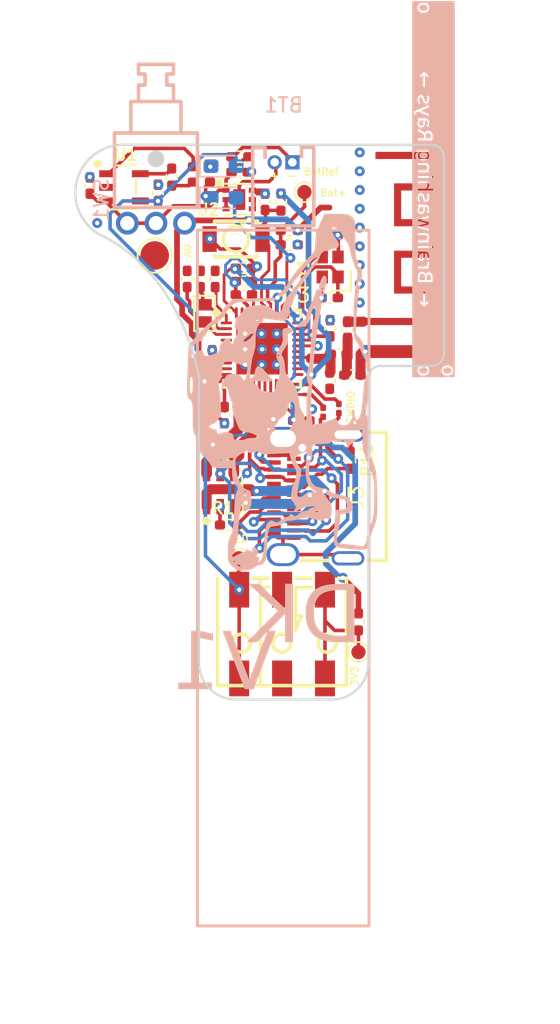
<source format=kicad_pcb>
(kicad_pcb (version 20221018) (generator pcbnew)
  (title_block (title "BLEEarrings (Blade Runner)") (date "2023-10-30") (rev "00.00") (company "Kitty and Dom"))
  (layers (0 "F.Cu" signal) (31 "B.Cu" signal) (34 "B.Paste" user) (35 "F.Paste" user) (36 "B.SilkS" user "B.Silkscreen") (37 "F.SilkS" user "F.Silkscreen") (38 "B.Mask" user) (39 "F.Mask" user) (44 "Edge.Cuts" user))
  (net 0 "")
  (net 1 "GND")
  (net 2 "+3V3")
  (net 3 "Net-(D4-K)")
  (net 4 "LED_A")
  (net 5 "NEO_LED")
  (net 6 "BatRef")
  (net 7 "+BATT")
  (net 8 "Net-(ANT1-FP)")
  (net 9 "/Power/VBAT")
  (net 10 "Net-(BT1--)")
  (net 11 "Net-(J2-Pin_1)")
  (net 12 "Net-(U3-DEC1)")
  (net 13 "Net-(U3-XC1)")
  (net 14 "Net-(C5-Pad1)")
  (net 15 "DEC6")
  (net 16 "Net-(U3-ANT)")
  (net 17 "Net-(U3-DECUSB)")
  (net 18 "/DSP/VBUS")
  (net 19 "Net-(U3-DEC3)")
  (net 20 "Pair")
  (net 21 "Net-(U3-P0.01_XL2)")
  (net 22 "Net-(U3-P0.00_XL1)")
  (net 23 "Net-(BT1-+)")
  (net 24 "Net-(D1-K)")
  (net 25 "Net-(U3-XC2)")
  (net 26 "D+")
  (net 27 "D-")
  (net 29 "/DSP/nReset")
  (net 31 "Net-(U1-STAT)")
  (net 32 "Net-(U1-PROG)")
  (net 45 "SWO_L")
  (net 46 "unconnected-(U3-P0.17-Pad15)")
  (net 48 "Net-(D2-I{slash}O1-Pad1)")
  (net 49 "Net-(D2-I{slash}O2-Pad3)")
  (net 50 "SWDIO_L")
  (net 51 "SWDCLK_L")
  (net 52 "Net-(U3-P0.18_nRESET)")
  (net 53 "Net-(U3-P0.20)")
  (net 54 "Net-(U3-SWDCLK)")
  (net 55 "Net-(U3-SWDIO)")
  (net 56 "Net-(J3-CC1)")
  (net 57 "Net-(J3-CC2)")
  (footprint "Resistor_SMD:R_0201_0603Metric" (layer "F.Cu") (at 142.75 60.19 90)
    (fp_text reference "R5" hide)
    (fp_text value "NF")
  )
  (footprint "easyeda2kicad:WDFN-6_L2.0-W2.0-P0.65-BL-EP" (layer "F.Cu") (at 141.08 45.88 -90)
    (fp_text reference "U2")
    (fp_text value "XB6096I2SV")
  )
  (footprint "easyeda2kicad:TYPE-C-SMD_C9900025773" (layer "F.Cu") (at 146.1 66.62 90)
    (fp_text reference "J3")
    (fp_text value "USB_C_Receptacle")
  )
  (footprint "easyeda2kicad:CONN-SMD_2059-302" (layer "F.Cu") (at 145.58 76.23 -90)
    (fp_text reference "J2" hide)
    (fp_text value "Screw_Terminal_01x02")
  )
  (footprint "Resistor_SMD:R_0402_1005Metric_Pad0.72x0.64mm_HandSolder" (layer "F.Cu") (at 136.36 44.3125 -90)
    (fp_text reference "R4" hide)
    (fp_text value "4k99")
  )
  (footprint "easyeda2kicad:SOT-23-6_L2.9-W1.6-P0.95-LS2.8-BL" (layer "F.Cu") (at 139.75 66.18)
    (fp_text reference "D2")
    (fp_text value "USBLC6-2SC6_C2687116")
  )
  (footprint "Resistor_SMD:R_0402_1005Metric_Pad0.72x0.64mm_HandSolder" (layer "F.Cu") (at 149.42 75.3825 90)
    (fp_text reference "R9" hide)
    (fp_text value "470")
  )
  (footprint "Capacitor_SMD:C_0402_1005Metric_Pad0.74x0.62mm_HandSolder" (layer "F.Cu") (at 141.1125 43.97)
    (fp_text reference "C18" hide)
    (fp_text value "100n")
  )
  (footprint "easyeda2kicad:CRYSTAL-SMD_L1.6-W1.0" (layer "F.Cu") (at 138.66 53.83 90)
    (fp_text reference "Y2" hide)
    (fp_text value " X161032768KLD2SI")
  )
  (footprint "Resistor_SMD:R_0402_1005Metric_Pad0.72x0.64mm_HandSolder" (layer "F.Cu") (at 141.1225 42.89)
    (fp_text reference "R3" hide)
    (fp_text value "100")
  )
  (footprint "RF_Antenna:Texas_SWRA117D_2.4GHz_Left" (layer "F.Cu") (at 149.9 54.4 -90)
    (fp_text reference "ANT1" hide)
    (fp_text value "~")
  )
  (footprint "Capacitor_SMD:C_0402_1005Metric_Pad0.74x0.62mm_HandSolder" (layer "F.Cu") (at 141.4075 51.59)
    (fp_text reference "C17" hide)
    (fp_text value "NC")
  )
  (footprint "TestPoint:TestPoint_Pad_D1.0mm" (layer "F.Cu") (at 145.64 45.36)
    (fp_text reference "TP9" hide)
    (fp_text value "TestPoint")
  )
  (footprint "easyeda2kicad:QFN-40_L5.0-W5.0-P0.40-TL-EP3.6" (layer "F.Cu") (at 142.680167 56.3)
    (fp_text reference "U3")
    (fp_text value "NRF52833-QDAA-R7")
  )
  (footprint "Capacitor_SMD:C_0402_1005Metric_Pad0.74x0.62mm_HandSolder" (layer "F.Cu") (at 139.4 51.43 -90)
    (fp_text reference "C2" hide)
    (fp_text value "100n")
  )
  (footprint "Capacitor_SMD:C_0402_1005Metric_Pad0.74x0.62mm_HandSolder" (layer "F.Cu") (at 141.4075 50.66 180)
    (fp_text reference "C1" hide)
    (fp_text value "1u")
  )
  (footprint "Capacitor_SMD:C_0402_1005Metric_Pad0.74x0.62mm_HandSolder" (layer "F.Cu") (at 140.05 60.94 90)
    (fp_text reference "C9" hide)
    (fp_text value "4.7u")
  )
  (footprint "Capacitor_SMD:C_0402_1005Metric_Pad0.74x0.62mm_HandSolder" (layer "F.Cu") (at 147.44 54.8725 90)
    (fp_text reference "C11" hide)
    (fp_text value "100p")
  )
  (footprint "Capacitor_SMD:C_0402_1005Metric_Pad0.74x0.62mm_HandSolder" (layer "F.Cu") (at 149 58.14)
    (fp_text reference "C5" hide)
    (fp_text value "1.2p")
  )
  (footprint "Resistor_SMD:R_0402_1005Metric_Pad0.72x0.64mm_HandSolder" (layer "F.Cu") (at 138.4375 44.66)
    (fp_text reference "R12" hide)
    (fp_text value "220")
  )
  (footprint "TestPoint:TestPoint_Pad_D1.0mm" (layer "F.Cu") (at 149.42 77.49)
    (fp_text reference "TP11" hide)
    (fp_text value "TestPoint")
  )
  (footprint "easyeda2kicad:CRYSTAL-SMD_4P-L2.0-W1.6-BL" (layer "F.Cu") (at 147.44 50.59 90)
    (fp_text reference "Y1")
    (fp_text value "XL7EL89CKI-111YLC-32M ")
  )
  (footprint "Capacitor_SMD:C_0402_1005Metric_Pad0.74x0.62mm_HandSolder" (layer "F.Cu") (at 147.4025 48.36 180)
    (fp_text reference "C4" hide)
    (fp_text value "12p")
  )
  (footprint "easyeda2kicad:KEY-SMD_L3.0-W2.5-LS4.0" (layer "F.Cu") (at 140.86 48.64 180)
    (fp_text reference "SW2" hide)
    (fp_text value "SW_DIP_x01")
  )
  (footprint "Resistor_SMD:R_0201_0603Metric" (layer "F.Cu") (at 143.5 60.65 -90)
    (fp_text reference "R6" hide)
    (fp_text value "NF")
  )
  (footprint "Capacitor_SMD:C_0402_1005Metric_Pad0.74x0.62mm_HandSolder" (layer "F.Cu") (at 147.4125 52.75)
    (fp_text reference "C3" hide)
    (fp_text value "12p")
  )
  (footprint "Capacitor_SMD:C_0402_1005Metric_Pad0.74x0.62mm_HandSolder" (layer "F.Cu") (at 139.11 60.2 90)
    (fp_text reference "C10" hide)
    (fp_text value "4.7u")
  )
  (footprint "Capacitor_SMD:C_0402_1005Metric_Pad0.74x0.62mm_HandSolder" (layer "F.Cu") (at 145.4225 61.32)
    (fp_text reference "C6" hide)
    (fp_text value "100n")
  )
  (footprint "Capacitor_SMD:C_0402_1005Metric_Pad0.74x0.62mm_HandSolder" (layer "F.Cu") (at 141.4075 52.52)
    (fp_text reference "C7" hide)
    (fp_text value "1u")
  )
  (footprint "Capacitor_SMD:C_0402_1005Metric_Pad0.74x0.62mm_HandSolder" (layer "F.Cu") (at 130.64 44.905 90)
    (fp_text reference "C13" hide)
    (fp_text value "10u")
  )
  (footprint "Resistor_SMD:R_0402_1005Metric_Pad0.72x0.64mm_HandSolder" (layer "F.Cu") (at 144.5825 49.04 180)
    (fp_text reference "R14" hide)
    (fp_text value "33k")
  )
  (footprint "Capacitor_SMD:C_0402_1005Metric_Pad0.74x0.62mm_HandSolder" (layer "F.Cu") (at 138.37 51.43 -90)
    (fp_text reference "C16" hide)
    (fp_text value "8p")
  )
  (footprint "Capacitor_SMD:C_0402_1005Metric_Pad0.74x0.62mm_HandSolder" (layer "F.Cu") (at 142.89 46.04 -90)
    (fp_text reference "C14" hide)
    (fp_text value "100n")
  )
  (footprint "Inductor_SMD:L_0402_1005Metric_Pad0.77x0.64mm_HandSolder" (layer "F.Cu") (at 148.04 56.69)
    (fp_text reference "L1" hide)
    (fp_text value "4.7n")
  )
  (footprint "Resistor_SMD:R_0201_0603Metric" (layer "F.Cu") (at 148.05 60.48 -90)
    (fp_text reference "R7" hide)
    (fp_text value "NF")
  )
  (footprint "Capacitor_SMD:C_0402_1005Metric_Pad0.74x0.62mm_HandSolder" (layer "F.Cu") (at 137.44 51.43 -90)
    (fp_text reference "C15" hide)
    (fp_text value "8p")
  )
  (footprint "Capacitor_SMD:C_0402_1005Metric_Pad0.74x0.62mm_HandSolder" (layer "F.Cu") (at 139.19 56.97 -90)
    (fp_text reference "C12" hide)
    (fp_text value "4.7u")
  )
  (footprint "Resistor_SMD:R_0402_1005Metric_Pad0.72x0.64mm_HandSolder" (layer "F.Cu") (at 148.84 64.0875 -90)
    (fp_text reference "R11")
    (fp_text value "5k1")
  )
  (footprint "TestPoint:TestPoint_Pad_D2.0mm" (layer "F.Cu") (at 135.17 49.79)
    (fp_text reference "TP16" hide)
    (fp_text value "TestPoint")
  )
  (footprint "Resistor_SMD:R_0402_1005Metric_Pad0.72x0.64mm_HandSolder" (layer "F.Cu") (at 138.4375 43.59 180)
    (fp_text reference "R1" hide)
    (fp_text value "2k")
  )
  (footprint "Inductor_SMD:L_0402_1005Metric_Pad0.77x0.64mm_HandSolder" (layer "F.Cu") (at 148.66 54.9875 90)
    (fp_text reference "L2" hide)
    (fp_text value "2.2n")
  )
  (footprint "easyeda2kicad:SOT-23-5_L3.0-W1.7-P0.95-LS2.8-BL" (layer "F.Cu") (at 133.0175 45.03 -90)
    (fp_text reference "U1")
    (fp_text value "MCP73831T-2ACI/OT")
  )
  (footprint "Resistor_SMD:R_0201_0603Metric" (layer "F.Cu") (at 146.95 60.74 90)
    (fp_text reference "R8" hide)
    (fp_text value "NF")
  )
  (footprint "easyeda2kicad:CONN-SMD_custom1" (layer "F.Cu") (at 139.58 76.23 -90)
    (fp_text reference "J1" hide)
    (fp_text value "Screw_Terminal_01x01")
  )
  (footprint "Capacitor_SMD:C_0402_1005Metric_Pad0.74x0.62mm_HandSolder" (layer "F.Cu") (at 147.41 58.53 -90)
    (fp_text reference "C8" hide)
    (fp_text value "1p")
  )
  (footprint "Capacitor_SMD:C_0402_1005Metric_Pad0.74x0.62mm_HandSolder" (layer "F.Cu") (at 135.4 45.4125 90)
    (fp_text reference "C19" hide)
    (fp_text value "10u")
  )
  (footprint "Resistor_SMD:R_0402_1005Metric_Pad0.72x0.64mm_HandSolder" (layer "F.Cu") (at 140.3325 68.61)
    (fp_text reference "R10")
    (fp_text value "5k1")
  )
  (footprint "Resistor_SMD:R_0402_1005Metric_Pad0.72x0.64mm_HandSolder" (layer "F.Cu") (at 144 46.06 90)
    (fp_text reference "R2" hide)
    (fp_text value "2k")
  )
  (footprint "Resistor_SMD:R_0402_1005Metric_Pad0.72x0.64mm_HandSolder" (layer "F.Cu") (at 144.5825 48.04)
    (fp_text reference "R13" hide)
    (fp_text value "100k")
  )
  (footprint "TestPoint:TestPoint_Pad_D1.0mm" (layer "F.Cu") (at 141.05 70.94)
    (fp_text reference "TP10" hide)
    (fp_text value "TestPoint")
  )
  (footprint "LED_SMD:LED_0603_1608Metric_Pad1.05x0.95mm_HandSolder" (layer "B.Cu") (at 139.985 43.55)
    (fp_text reference "D1" hide)
    (fp_text value "RED LED")
  )
  (footprint "LED_SMD:LED_0603_1608Metric_Pad1.05x0.95mm_HandSolder" (layer "B.Cu") (at 139.985 45.76)
    (fp_text reference "D4" hide)
    (fp_text value "BLUE LED")
  )
  (footprint "CustomPads:OT2" (layer "B.Cu") (at 144.288151 59.147229 180)
    (fp_text reference "G***" hide)
    (fp_text value "LOGO" hide)
  )
  (footprint "easyeda2kicad:SW-TH_TK-6580B-1" (layer "B.Cu") (at 135.2575 47.5325)
    (fp_text reference "SW1")
    (fp_text value "TK-6580B-1")
    (fp_circle (center 0 -4.5) (end 0.6 -4.5) (fill solid) (layer "Edge.Cuts"))
  )
  (footprint "easyeda2kicad:CONN-TH_530480210" (layer "B.Cu") (at 144.18 43.28 180)
    (fp_text reference "BT1")
    (fp_text value "Battery")
  )
  (gr_line (start 132.984534 42.050001) (end 154.54 42.059999) (stroke (width 0.16)) (layer "Edge.Cuts"))
  (gr_curve (pts (xy 138.26253 58.3) (xy 137.6 54.67) (xy 135.4 50.34) (xy 131.560357 48.453075)) (stroke (width 0.16)) (layer "Edge.Cuts"))
  (gr_arc (start 131.560357 48.453075) (mid 129.701142 44.679627) (end 132.984534 42.050001) (stroke (width 0.16)) (layer "Edge.Cuts"))
  (gr_arc (start 154.54 42.059999) (mid 155.148277 42.311955) (end 155.400233 42.920232) (stroke (width 0.16)) (layer "Edge.Cuts"))
  (gr_arc (start 155.400233 56.639767) (mid 155.148277 57.248044) (end 154.54 57.5) (stroke (width 0.16)) (layer "Edge.Cuts"))
  (gr_line (start 140.84 80.80287) (end 147.546642 80.80287) (stroke (width 0.16)) (layer "Edge.Cuts"))
  (gr_arc (start 140.84 80.80287) (mid 139.01727 80.047503) (end 138.26253 78.224512) (stroke (width 0.16)) (layer "Edge.Cuts"))
  (gr_line (start 150.125 58.358277) (end 150.125 78.2254) (stroke (width 0.16)) (layer "Edge.Cuts"))
  (gr_line (start 138.26253 58.3) (end 138.26253 78.224512) (stroke (width 0.16)) (layer "Edge.Cuts"))
  (gr_arc (start 150.125 78.2254) (mid 149.369633 80.04813) (end 147.546642 80.80287) (stroke (width 0.16)) (layer "Edge.Cuts"))
  (gr_arc (start 150.125 58.358277) (mid 150.376956 57.750001) (end 150.985233 57.498044) (stroke (width 0.16)) (layer "Edge.Cuts"))
  (gr_line (start 154.54 57.5) (end 150.985233 57.498044) (stroke (width 0.16)) (layer "Edge.Cuts"))
  (gr_line (start 155.400233 56.639767) (end 155.400233 42.920232) (stroke (width 0.16)) (layer "Edge.Cuts"))
  (gr_text "DK" (at 149.7 77.48) (layer "B.SilkS") (effects (font (size 4 4)) (justify left bottom mirror)))
  (gr_text "V1" (at 143.69 80.76) (layer "B.SilkS") (effects (font (size 4 4)) (justify left bottom mirror)))
  (gr_text "o     \no         ← Brainwashing Rays →         o" (at 153.41 58.254249 -90) (layer "B.SilkS" knockout) (effects (font (size 1 1)) (justify left bottom mirror)))
  (gr_text "LED" (at 141.05 69.59) (layer "F.SilkS") (effects (font (size 0.5 0.5) (thickness 0.1) bold)))
  (gr_text "BatRef" (at 146.82 43.94) (layer "F.SilkS") (effects (font (size 0.5 0.5) (thickness 0.1) bold)))
  (gr_text "3V3" (at 149.16 79.17 90) (layer "F.SilkS") (effects (font (size 0.5 0.5) (thickness 0.1) bold)))
  (gr_text "0V" (at 137.42 49.46 270) (layer "F.SilkS") (effects (font (size 0.5 0.5) (thickness 0.1) bold)))
  (gr_text "SWDIO" (at 148.89 60.4 90) (layer "F.SilkS") (effects (font (size 0.5 0.5) (thickness 0.1) bold)))
  (gr_text "+" (at 143.56 44.21) (layer "F.SilkS") (effects (font (size 0.5 0.5) (thickness 0.1) bold)))
  (gr_text "SWO" (at 142.27 61.32) (layer "F.SilkS") (effects (font (size 0.5 0.5) (thickness 0.1) bold)))
  (gr_text "RST" (at 141.68 59.85) (layer "F.SilkS") (effects (font (size 0.5 0.5) (thickness 0.1) bold)))
  (gr_text "Bat+" (at 147.66 45.41) (layer "F.SilkS") (effects (font (size 0.5 0.5) (thickness 0.1) bold)))
  (gr_text "-" (at 144.81 44.21) (layer "F.SilkS") (effects (font (size 0.5 0.5) (thickness 0.1) bold)))
  (segment (start 142.331784 50.55229) (end 142.332973 50.55229) (width 0.2) (layer "F.Cu") (net 1))
  (segment (start 146.8475 52.69) (end 146.8475 52.74751) (width 0.25) (layer "F.Cu") (net 1))
  (segment (start 139.75 67.33) (end 139.739967 67.33) (width 0.25) (layer "F.Cu") (net 1))
  (segment (start 144.66 63.74) (end 144.91 63.99) (width 0.25) (layer "F.Cu") (net 1))
  (segment (start 144.14 70.68) (end 148.43 70.68) (width 0.25) (layer "F.Cu") (net 1))
  (segment (start 142.35 45.4725) (end 142.889968 45.4725) (width 0.25) (layer "F.Cu") (net 1))
  (segment (start 144.12 69.5) (end 144.91 69.5) (width 0.25) (layer "F.Cu") (net 1))
  (segment (start 130.64 44.31) (end 130.63 44.3) (width 0.25) (layer "F.Cu") (net 1))
  (segment (start 142.1125 46.535) (end 142.1125 45.885) (width 0.25) (layer "F.Cu") (net 1))
  (segment (start 142.080167 55.7) (end 142.680167 56.3) (width 0.2) (layer "F.Cu") (net 1))
  (segment (start 139.01 48.64) (end 139.02 48.64) (width 0.25) (layer "F.Cu") (net 1))
  (segment (start 142.331784 50.55229) (end 142.080167 50.803907) (width 0.2) (layer "F.Cu") (net 1))
  (segment (start 149.5675 58.14) (end 149.5675 56.6825) (width 0.7) (layer "F.Cu") (net 1))
  (segment (start 144.12 69.5) (end 144.14 69.52) (width 0.25) (layer "F.Cu") (net 1))
  (segment (start 145.16 49.04) (end 145.16 49.02) (width 0.25) (layer "F.Cu") (net 1))
  (segment (start 139.735 68.61) (end 139.735 67.345) (width 0.25) (layer "F.Cu") (net 1))
  (segment (start 145.943496 61.256486) (end 145.943496 62.156504) (width 0.25) (layer "F.Cu") (net 1))
  (segment (start 139.11 60.7675) (end 139.310039 60.7675) (width 0.25) (layer "F.Cu") (net 1))
  (segment (start 142.6475 45.23) (end 142.89 45.4725) (width 0.25) (layer "F.Cu") (net 1))
  (segment (start 137.59 44.91) (end 137.84 44.66) (width 0.25) (layer "F.Cu") (net 1))
  (segment (start 139.19 56.4025) (end 139.19 56.40253) (width 0.25) (layer "F.Cu") (net 1))
  (segment (start 144.14 69.52) (end 144.14 70.68) (width 0.25) (layer "F.Cu") (net 1))
  (segment (start 142.080167 50.803907) (end 142.080167 53.8) (width 0.2) (layer "F.Cu") (net 1))
  (segment (start 145.943496 62.156504) (end 145.54 62.56) (width 0.25) (layer "F.Cu") (net 1))
  (segment (start 148.01 49.69) (end 148.01 48.399966) (width 0.25) (layer "F.Cu") (net 1))
  (segment (start 139.739967 67.33) (end 139.739947 67.32998) (width 0.25) (layer "F.Cu") (net 1))
  (segment (start 146.8475 52.74751) (end 146.84501 52.75) (width 0.25) (layer "F.Cu") (net 1))
  (segment (start 142.309494 50.53) (end 142.331784 50.55229) (width 0.2) (layer "F.Cu") (net 1))
  (segment (start 142.331784 50.55229) (end 141.119494 49.34) (width 0.25) (layer "F.Cu") (net 1))
  (segment (start 139.735 67.345) (end 139.75 67.33) (width 0.25) (layer "F.Cu") (net 1))
  (segment (start 144.53 63.74) (end 144.66 63.74) (width 0.25) (layer "F.Cu") (net 1))
  (segment (start 130.64 44.3375) (end 130.64 44.31) (width 0.25) (layer "F.Cu") (net 1))
  (segment (start 143.51 63.74) (end 144.53 63.74) (width 0.25) (layer "F.Cu") (net 1))
  (segment (start 147.935 48.45) (end 147.935 48.394966) (width 0.2) (layer "F.Cu") (net 1))
  (segment (start 148.89 62.5) (end 148.69 62.3) (width 0.25) (layer "F.Cu") (net 1))
  (segment (start 148.89 63.585) (end 148.89 62.5) (width 0.25) (layer "F.Cu") (net 1))
  (segment (start 146.89 51.29) (end 146.89 52.70501) (width 0.25) (layer "F.Cu") (net 1))
  (segment (start 135.4 44.845) (end 135.425 44.845) (width 0.25) (layer "F.Cu") (net 1))
  (segment (start 142.332973 50.55229) (end 142.397892 50.617209) (width 0.2) (layer "F.Cu") (net 1))
  (segment (start 135.425 44.845) (end 135.43 44.85) (width 0.25) (layer "F.Cu") (net 1))
  (segment (start 139.11247 56.40253) (end 139.19 56.40253) (width 0.25) (layer "F.Cu") (net 1))
  (segment (start 148.43 70.68) (end 148.69 70.94) (width 0.25) (layer "F.Cu") (net 1))
  (segment (start 138.99 56.525) (end 139.11247 56.40253) (width 0.25) (layer "F.Cu") (net 1))
  (segment (start 142.204982 50.53) (end 142.309494 50.53) (width 0.2) (layer "F.Cu") (net 1))
  (segment (start 139.310039 60.7675) (end 140.050013 61.507474) (width 0.25) (layer "F.Cu") (net 1))
  (segment (start 142.1125 45.235) (end 142.35 45.4725) (width 0.25) (layer "F.Cu") (net 1))
  (segment (start 142 45.23) (end 142.6475 45.23) (width 0.25) (layer "F.Cu") (net 1))
  (segment (start 143.51 63.74) (end 143.51 63.19) (width 0.25) (layer "F.Cu") (net 1))
  (segment (start 141.119494 49.34) (end 139.76 49.34) (width 0.25) (layer "F.Cu") (net 1))
  (segment (start 144.53 62.95) (end 144.53 63.74) (width 0.25) (layer "F.Cu") (net 1))
  (segment (start 143.77 69.5) (end 144.12 69.5) (width 0.25) (layer "F.Cu") (net 1))
  (segment (start 139.76 49.34) (end 139.04 48.62) (width 0.25) (layer "F.Cu") (net 1))
  (segment (start 142.080167 53.8) (end 142.080167 55.7) (width 0.2) (layer "F.Cu") (net 1))
  (segment (start 143.51 63.19) (end 144.14 62.56) (width 0.25) (layer "F.Cu") (net 1))
  (segment (start 149.5675 56.6825) (end 149.75 56.5) (width 0.7) (layer "F.Cu") (net 1))
  (segment (start 148.01 48.399966) (end 147.97 48.359966) (width 0.25) (layer "F.Cu") (net 1))
  (segment (start 144.14 62.56) (end 144.53 62.95) (width 0.25) (layer "F.Cu") (net 1))
  (segment (start 145.54 62.56) (end 144.14 62.56) (width 0.25) (layer "F.Cu") (net 1))
  (segment (start 147.935 48.394966) (end 147.97 48.359966) (width 0.2) (layer "F.Cu") (net 1))
  (segment (start 143.51 69.24) (end 143.77 69.5) (width 0.25) (layer "F.Cu") (net 1))
  (segment (start 136.36 44.91) (end 137.59 44.91) (width 0.25) (layer "F.Cu") (net 1))
  (segment (start 139.02 48.64) (end 139.04 48.62) (width 0.25) (layer "F.Cu") (net 1))
  (segment (start 146.89 52.70501) (end 146.84501 52.75) (width 0.25) (layer "F.Cu") (net 1))
  (via (at 130.63 44.3) (size 0.7) (drill 0.3) (layers "F.Cu" "B.Cu") (net 1))
  (via (at 131.15 47.52) (size 0.7) (drill 0.3) (layers "F.Cu" "B.Cu") (net 1))
  (via (at 146.183033 60.517629) (size 0.7) (drill 0.3) (layers "F.Cu" "B.Cu") (net 1))
  (via (at 146.84501 52.75) (size 0.7) (drill 0.3) (layers "F.Cu" "B.Cu") (net 1))
  (via (at 149.51 42.59) (size 0.7) (drill 0.3) (layers "F.Cu" "B.Cu") (net 1))
  (via (at 139.19 56.40253) (size 0.7) (drill 0.3) (layers "F.Cu" "B.Cu") (net 1))
  (via (at 147.97 48.359966) (size 0.7) (drill 0.3) (layers "F.Cu" "B.Cu") (net 1))
  (via (at 149.51 45.2125) (size 0.7) (drill 0.3) (layers "F.Cu" "B.Cu") (net 1))
  (via (at 149.51 43.90125) (size 0.7) (drill 0.3) (layers "F.Cu" "B.Cu") (net 1))
  (via (at 149.51 53.08) (size 0.7) (drill 0.3) (layers "F.Cu" "B.Cu") (net 1))
  (via (at 141.489906 57.42) (size 0.7) (drill 0.3) (layers "F.Cu" "B.Cu") (net 1))
  (via (at 139.739947 67.32998) (size 0.7) (drill 0.3) (layers "F.Cu" "B.Cu") (net 1))
  (via (at 135.43 44.85) (size 0.7) (drill 0.3) (layers "F.Cu" "B.Cu") (net 1))
  (via (at 143.71 56.335) (size 0.7) (drill 0.3) (layers "F.Cu" "B.Cu") (net 1))
  (via (at 142.66 57.42) (size 0.7) (drill 0.3) (layers "F.Cu" "B.Cu") (net 1))
  (via (at 143.71 55.25) (size 0.7) (drill 0.3) (layers "F.Cu" "B.Cu") (net 1))
  (via (at 140.050013 61.507474) (size 0.7) (drill 0.3) (layers "F.Cu" "B.Cu") (net 1))
  (via (at 149.51 46.52375) (size 0.7) (drill 0.3) (layers "F.Cu" "B.Cu") (net 1))
  (via (at 149.51 50.4575) (size 0.7) (drill 0.3) (layers "F.Cu" "B.Cu") (net 1))
  (via (at 143.71 57.42) (size 0.7) (drill 0.3) (layers "F.Cu" "B.Cu") (net 1))
  (via (at 142.331784 50.55229) (size 0.7) (drill 0.3) (layers "F.Cu" "B.Cu") (net 1))
  (via (at 145.16 49.02) (size 0.7) (drill 0.3) (layers "F.Cu" "B.Cu") (net 1))
  (via (at 141.489906 56.335) (size 0.7) (drill 0.3) (layers "F.Cu" "B.Cu") (net 1))
  (via (at 141.489906 55.25) (size 0.7) (drill 0.3) (layers "F.Cu" "B.Cu") (net 1))
  (via (at 149.51 51.76875) (size 0.7) (drill 0.3) (layers "F.Cu" "B.Cu") (net 1))
  (via (at 149.51 47.835) (size 0.7) (drill 0.3) (layers "F.Cu" "B.Cu") (net 1))
  (via (at 147.439998 54.305001) (size 0.7) (drill 0.3) (layers "F.Cu" "B.Cu") (net 1))
  (via (at 142.64 55.25) (size 0.7) (drill 0.3) (layers "F.Cu" "B.Cu") (net 1))
  (via (at 149.51 49.14625) (size 0.7) (drill 0.3) (layers "F.Cu" "B.Cu") (net 1))
  (via (at 142.889968 45.4725) (size 0.7) (drill 0.3) (layers "F.Cu" "B.Cu") (net 1))
  (via (at 141.921403 43.930861) (size 0.7) (drill 0.3) (layers "F.Cu" "B.Cu") (net 1))
  (via (at 142.680167 56.335) (size 0.7) (drill 0.3) (layers "F.Cu" "B.Cu") (net 1))
  (via (at 139.04 48.62) (size 0.7) (drill 0.3) (layers "F.Cu" "B.Cu") (net 1))
  (segment (start 144.4 62.3) (end 144.14 62.56) (width 0.25) (layer "B.Cu") (net 1))
  (segment (start 149.42 73.390498) (end 148.329502 72.3) (width 0.4) (layer "F.Cu") (net 2))
  (segment (start 144.000015 45.482515) (end 144.000015 45.442515) (width 0.4) (layer "F.Cu") (net 2))
  (segment (start 140.880167 53.8) (end 140.022384 52.942217) (width 0.2) (layer "F.Cu") (net 2))
  (segment (start 140.022384 52.942217) (end 140.022384 51.137616) (width 0.2) (layer "F.Cu") (net 2))
  (segment (start 140.022384 51.137616) (end 140.431904 50.728096) (width 0.2) (layer "F.Cu") (net 2))
  (segment (start 141.0225 50.91) (end 141.08 50.91) (width 0.2) (layer "F.Cu") (net 2))
  (segment (start 144.871066 60.90261) (end 143.680167 59.711711) (width 0.2) (layer "F.Cu") (net 2))
  (segment (start 149.42 74.785) (end 149.42 73.390498) (width 0.4) (layer "F.Cu") (net 2))
  (segment (start 143.680167 59.711711) (end 143.680167 58.8) (width 0.2) (layer "F.Cu") (net 2))
  (segment (start 140.431904 50.728096) (end 140.777162 50.728096) (width 0.2) (layer "F.Cu") (net 2))
  (segment (start 144.871066 61.265418) (end 144.871066 60.90261) (width 0.2) (layer "F.Cu") (net 2))
  (via (at 146.129667 58.1) (size 0.7) (drill 0.3) (layers "F.Cu" "B.Cu") (net 2))
  (via (at 145.187098 54.2505) (size 0.7) (drill 0.3) (layers "F.Cu" "B.Cu") (net 2))
  (via (at 140.777162 50.728096) (size 0.7) (drill 0.3) (layers "F.Cu" "B.Cu") (net 2))
  (via (at 148.329502 72.3) (size 0.7) (drill 0.3) (layers "F.Cu" "B.Cu") (net 2))
  (via (at 144.871066 61.265418) (size 0.7) (drill 0.3) (layers "F.Cu" "B.Cu") (net 2))
  (via (at 144.000015 45.442515) (size 0.7) (drill 0.3) (layers "F.Cu" "B.Cu") (net 2))
  (segment (start 148.27 63.2) (end 149.19312 64.12312) (width 0.4) (layer "B.Cu") (net 2))
  (segment (start 144.072714 51.982676) (end 142.116331 51.982676) (width 0.4) (layer "B.Cu") (net 2))
  (segment (start 144.514441 53.577843) (end 144.514441 52.424403) (width 0.4) (layer "B.Cu") (net 2))
  (segment (start 142.116331 51.982676) (end 140.861751 50.728096) (width 0.4) (layer "B.Cu") (net 2))
  (segment (start 146.129667 58.1) (end 147.34 56.889667) (width 0.4) (layer "B.Cu") (net 2))
  (segment (start 145.38 54.655534) (end 145.46 54.735535) (width 0.4) (layer "B.Cu") (net 2))
  (segment (start 144.871066 61.265418) (end 144.892474 61.24401) (width 0.4) (layer "B.Cu") (net 2))
  (segment (start 145.38 54.443402) (end 145.38 54.655534) (width 0.4) (layer "B.Cu") (net 2))
  (segment (start 147.667208 63.2) (end 148.27 63.2) (width 0.4) (layer "B.Cu") (net 2))
  (segment (start 145.187098 54.2505) (end 145.38 54.443402) (width 0.4) (layer "B.Cu") (net 2))
  (segment (start 145.930002 53.350002) (end 145.930002 47.372502) (width 0.4) (layer "B.Cu") (net 2))
  (segment (start 147.34 55.41) (end 146.569999 54.639999) (width 0.4) (layer "B.Cu") (net 2))
  (segment (start 145.46 57.430333) (end 146.129667 58.1) (width 0.4) (layer "B.Cu") (net 2))
  (segment (start 147.14 70.567208) (end 147.14 71.312792) (width 0.4) (layer "B.Cu") (net 2))
  (segment (start 147.14 71.312792) (end 148.127208 72.3) (width 0.4) (layer "B.Cu") (net 2))
  (segment (start 144.871066 59.358601) (end 144.871066 61.265418) (width 0.4) (layer "B.Cu") (net 2))
  (segment (start 144.892474 61.265418) (end 146.533831 62.906775) (width 0.4) (layer "B.Cu") (net 2))
  (segment (start 147.34 56.889667) (end 147.34 55.41) (width 0.4) (layer "B.Cu") (net 2))
  (segment (start 140.861751 50.728096) (end 140.777162 50.728096) (width 0.4) (layer "B.Cu") (net 2))
  (segment (start 149.19312 64.12312) (end 149.19312 68.514088) (width 0.4) (layer "B.Cu") (net 2))
  (segment (start 146.569999 54.639999) (end 146.569999 53.989999) (width 0.4) (layer "B.Cu") (net 2))
  (segment (start 144.514441 52.424403) (end 144.072714 51.982676) (width 0.4) (layer "B.Cu") (net 2))
  (segment (start 145.187098 54.2505) (end 144.514441 53.577843) (width 0.4) (layer "B.Cu") (net 2))
  (segment (start 149.19312 68.514088) (end 147.14 70.567208) (width 0.4) (layer "B.Cu") (net 2))
  (segment (start 147.373983 62.906775) (end 147.667208 63.2) (width 0.4) (layer "B.Cu") (net 2))
  (segment (start 148.127208 72.3) (end 148.329502 72.3) (width 0.4) (layer "B.Cu") (net 2))
  (segment (start 146.533831 62.906775) (end 147.373983 62.906775) (width 0.4) (layer "B.Cu") (net 2))
  (segment (start 145.46 54.735535) (end 145.46 57.430333) (width 0.4) (layer "B.Cu") (net 2))
  (segment (start 146.569999 53.989999) (end 145.930002 53.350002) (width 0.4) (layer "B.Cu") (net 2))
  (segment (start 145.930002 47.372502) (end 144.000015 45.442515) (width 0.4) (layer "B.Cu") (net 2))
  (segment (start 146.129667 58.1) (end 144.871066 59.358601) (width 0.4) (layer "B.Cu") (net 2))
  (segment (start 138.730603 44.964397) (end 139.035 44.66) (width 0.25) (layer "F.Cu") (net 3))
  (segment (start 138.730603 45.6405) (end 138.730603 44.964397) (width 0.25) (layer "F.Cu") (net 3))
  (via (at 138.730603 45.6405) (size 0.7) (drill 0.3) (layers "F.Cu" "B.Cu") (net 3))
  (segment (start 138.910103 45.82) (end 139.01 45.82) (width 0.25) (layer "B.Cu") (net 3))
  (segment (start 138.730603 45.6405) (end 138.910103 45.82) (width 0.25) (layer "B.Cu") (net 3))
  (segment (start 144.412683 50.205188) (end 144.66 49.957871) (width 0.2) (layer "F.Cu") (net 4))
  (segment (start 144.080167 53.8) (end 144.080167 53.334315) (width 0.2) (layer "F.Cu") (net 4))
  (segment (start 144.414756 52.999726) (end 144.414756 52.466178) (width 0.2) (layer "F.Cu") (net 4))
  (segment (start 144.414441 52.465863) (end 144.414441 52.465825) (width 0.2) (layer "F.Cu") (net 4))
  (segment (start 144.080167 53.334315) (end 144.414756 52.999726) (width 0.2) (layer "F.Cu") (net 4))
  (segment (start 144.412683 52.464067) (end 144.412683 50.205188) (width 0.2) (layer "F.Cu") (net 4))
  (segment (start 144.414441 52.465825) (end 144.412683 52.464067) (width 0.2) (layer "F.Cu") (net 4))
  (segment (start 144.414756 52.466178) (end 144.414441 52.465863) (width 0.2) (layer "F.Cu") (net 4))
  (via (at 144.66 49.957871) (size 0.7) (drill 0.3) (layers "F.Cu" "B.Cu") (net 4))
  (segment (start 140.76 47.360359) (end 141.939641 48.54) (width 0.25) (layer "B.Cu") (net 4))
  (segment (start 143.26 48.54) (end 144.66 49.94) (width 0.25) (layer "B.Cu") (net 4))
  (segment (start 141.939641 48.54) (end 143.26 48.54) (width 0.25) (layer "B.Cu") (net 4))
  (segment (start 144.66 49.94) (end 144.66 49.957871) (width 0.25) (layer "B.Cu") (net 4))
  (segment (start 140.76 45.82) (end 140.76 47.360359) (width 0.25) (layer "B.Cu") (net 4))
  (segment (start 141.05 73.1) (end 141.08 73.13) (width 0.25) (layer "F.Cu") (net 5))
  (segment (start 141.05 71) (end 141.05 73.1) (width 0.25) (layer "F.Cu") (net 5))
  (segment (start 143.680167 52.815076) (end 143.76231 52.732933) (width 0.2) (layer "F.Cu") (net 5))
  (segment (start 141.08 73.13) (end 140.82 73.13) (width 0.25) (layer "F.Cu") (net 5))
  (segment (start 143.680167 53.8) (end 143.680167 52.815076) (width 0.2) (layer "F.Cu") (net 5))
  (segment (start 141.08 73.13) (end 141.08 79.33) (width 0.25) (layer "F.Cu") (net 5))
  (segment (start 140.71 73.5) (end 141.08 73.13) (width 0.25) (layer "F.Cu") (net 5))
  (via (at 143.76231 52.732933) (size 0.7) (drill 0.3) (layers "F.Cu" "B.Cu") (net 5))
  (via (at 141.08 73.13) (size 0.7) (drill 0.3) (layers "F.Cu" "B.Cu") (net 5))
  (segment (start 144.96 58.19) (end 144.01 59.14) (width 0.2) (layer "B.Cu") (net 5))
  (segment (start 144.96 54.942641) (end 144.96 58.19) (width 0.2) (layer "B.Cu") (net 5))
  (segment (start 144.01 59.76301) (end 141.429193 62.343817) (width 0.2) (layer "B.Cu") (net 5))
  (segment (start 143.76231 53.744951) (end 144.96 54.942641) (width 0.2) (layer "B.Cu") (net 5))
  (segment (start 138.72 63.75753) (end 138.59 63.62753) (width 0.25) (layer "B.Cu") (net 5))
  (segment (start 141.429193 62.343817) (end 138.843713 62.343817) (width 0.2) (layer "B.Cu") (net 5))
  (segment (start 141.08 73.13) (end 138.72 70.77) (width 0.25) (layer "B.Cu") (net 5))
  (segment (start 138.59 62.59753) (end 138.59 63.62753) (width 0.2) (layer "B.Cu") (net 5))
  (segment (start 144.01 59.14) (end 144.01 59.76301) (width 0.2) (layer "B.Cu") (net 5))
  (segment (start 138.843713 62.343817) (end 138.59 62.59753) (width 0.2) (layer "B.Cu") (net 5))
  (segment (start 138.72 70.77) (end 138.72 63.75753) (width 0.25) (layer "B.Cu") (net 5))
  (segment (start 143.76231 52.732933) (end 143.76231 53.744951) (width 0.2) (layer "B.Cu") (net 5))
  (segment (start 143.985 48.04) (end 145.67 46.355) (width 0.25) (layer "F.Cu") (net 6))
  (segment (start 143.0675 52.6475) (end 143.07 52.65) (width 0.25) (layer "F.Cu") (net 6))
  (segment (start 143.985 48.04) (end 143.985 49.02) (width 0.25) (layer "F.Cu") (net 6))
  (segment (start 145.65 46.335) (end 145.65 45.35) (width 0.25) (layer "F.Cu") (net 6))
  (segment (start 143.6 51.6) (end 143.0675 52.1325) (width 0.25) (layer "F.Cu") (net 6))
  (segment (start 143.6 50.235) (end 143.6 51.6) (width 0.25) (layer "F.Cu") (net 6))
  (segment (start 143.985 49.85) (end 143.6 50.235) (width 0.25) (layer "F.Cu") (net 6))
  (segment (start 145.67 46.355) (end 145.65 46.335) (width 0.25) (layer "F.Cu") (net 6))
  (segment (start 143.0675 52.1325) (end 143.0675 52.6475) (width 0.25) (layer "F.Cu") (net 6))
  (segment (start 143.985 49.02) (end 143.965 49.04) (width 0.25) (layer "F.Cu") (net 6))
  (segment (start 143.985 49.04) (end 143.985 49.85) (width 0.25) (layer "F.Cu") (net 6))
  (segment (start 143.280167 53.8) (end 143.280167 53.16863) (width 0.2) (layer "F.Cu") (net 6))
  (segment (start 143.280167 53.16863) (end 143.07 52.958463) (width 0.2) (layer "F.Cu") (net 6))
  (segment (start 143.280167 53.8) (end 143.280167 53.82) (width 0.2) (layer "F.Cu") (net 6))
  (segment (start 143.07 52.958463) (end 143.07 52.65) (width 0.2) (layer "F.Cu") (net 6))
  (segment (start 136.73 48.06) (end 136.73 52.84) (width 0.4) (layer "F.Cu") (net 7))
  (segment (start 138.24 56.780661) (end 138.250773 56.791434) (width 0.4) (layer "F.Cu") (net 7))
  (segment (start 145.18 48.04) (end 145.179974 48.04) (width 0.4) (layer "F.Cu") (net 7))
  (segment (start 140.180167 57.7) (end 139.580167 57.7) (width 0.2) (layer "F.Cu") (net 7))
  (segment (start 137.76 55.3) (end 138.24 55.78) (width 0.4) (layer "F.Cu") (net 7))
  (segment (start 138.24 55.78) (end 138.24 56.780661) (width 0.4) (layer "F.Cu") (net 7))
  (segment (start 137.25 47.54) (end 137.2575 47.5325) (width 0.2) (layer "F.Cu") (net 7))
  (segment (start 136.73 52.84) (end 137.090144 53.200144) (width 0.4) (layer "F.Cu") (net 7))
  (segment (start 137.76 54.542462) (end 137.76 55.3) (width 0.4) (layer "F.Cu") (net 7))
  (segment (start 137.2575 47.5325) (end 137.45 47.34) (width 0.4) (layer "F.Cu") (net 7))
  (segment (start 137.2575 47.5325) (end 136.73 48.06) (width 0.4) (layer "F.Cu") (net 7))
  (segment (start 141.694921 47.34) (end 141.771408 47.263513) (width 0.4) (layer "F.Cu") (net 7))
  (segment (start 138.250773 57.020773) (end 138.5225 57.2925) (width 0.4) (layer "F.Cu") (net 7))
  (segment (start 138.250773 56.791434) (end 138.250773 57.020773) (width 0.4) (layer "F.Cu") (net 7))
  (segment (start 146.78 46.44) (end 147.39 46.44) (width 0.4) (layer "F.Cu") (net 7))
  (segment (start 139.580167 57.7) (end 139.540167 57.66) (width 0.2) (layer "F.Cu") (net 7))
  (segment (start 137.090144 53.200144) (end 137.090144 53.872606) (width 0.4) (layer "F.Cu") (net 7))
  (segment (start 145.18 48.04) (end 146.78 46.44) (width 0.4) (layer "F.Cu") (net 7))
  (segment (start 138.6225 57.2925) (end 138.99 57.66) (width 0.4) (layer "F.Cu") (net 7))
  (segment (start 139.540167 57.66) (end 138.99 57.66) (width 0.2) (layer "F.Cu") (net 7))
  (segment (start 137.45 47.34) (end 141.694921 47.34) (width 0.4) (layer "F.Cu") (net 7))
  (segment (start 138.5225 57.2925) (end 138.6225 57.2925) (width 0.4) (layer "F.Cu") (net 7))
  (segment (start 137.090144 53.872606) (end 137.76 54.542462) (width 0.4) (layer "F.Cu") (net 7))
  (via (at 145.179974 48.04) (size 0.7) (drill 0.3) (layers "F.Cu" "B.Cu") (net 7))
  (via (at 141.771408 47.263513) (size 0.7) (drill 0.3) (layers "F.Cu" "B.Cu") (net 7))
  (segment (start 144.403487 47.263513) (end 145.179974 48.04) (width 0.4) (layer "B.Cu") (net 7))
  (segment (start 141.771408 47.263513) (end 144.403487 47.263513) (width 0.4) (layer "B.Cu") (net 7))
  (segment (start 148.66 54.415) (end 149.735 54.415) (width 0.7) (layer "F.Cu") (net 8))
  (segment (start 149.89 54.41) (end 149.9 54.4) (width 0.25) (layer "F.Cu") (net 8))
  (segment (start 149.735 54.415) (end 149.75 54.4) (width 0.7) (layer "F.Cu") (net 8))
  (segment (start 140.94 43.662828) (end 140.94 43.522828) (width 0.25) (layer "F.Cu") (net 9))
  (segment (start 131.97 46.245) (end 133.2575 47.5325) (width 0.25) (layer "F.Cu") (net 9))
  (segment (start 131.97 45.98) (end 131.97 46.245) (width 0.25) (layer "F.Cu") (net 9))
  (segment (start 139.069595 46.315) (end 139.465 45.919595) (width 0.25) (layer "F.Cu") (net 9))
  (segment (start 130.64 45.4725) (end 131.1475 45.98) (width 0.25) (layer "F.Cu") (net 9))
  (segment (start 140.632828 43.97) (end 140.94 43.662828) (width 0.25) (layer "F.Cu") (net 9))
  (segment (start 140.94 43.522828) (end 141.572828 42.89) (width 0.25) (layer "F.Cu") (net 9))
  (segment (start 140.16 45.23) (end 140.16 44.49) (width 0.25) (layer "F.Cu") (net 9))
  (segment (start 135.2575 47.5325) (end 136.475 46.315) (width 0.25) (layer "F.Cu") (net 9))
  (segment (start 133.2575 47.5325) (end 135.2575 47.5325) (width 0.25) (layer "F.Cu") (net 9))
  (segment (start 139.465 45.919595) (end 139.465 45.425) (width 0.25) (layer "F.Cu") (net 9))
  (segment (start 140.545 43.97) (end 140.632828 43.97) (width 0.25) (layer "F.Cu") (net 9))
  (segment (start 140.16 44.49) (end 140.525 44.125) (width 0.25) (layer "F.Cu") (net 9))
  (segment (start 131.1475 45.98) (end 131.97 45.98) (width 0.25) (layer "F.Cu") (net 9))
  (segment (start 139.66 45.23) (end 140.16 45.23) (width 0.25) (layer "F.Cu") (net 9))
  (segment (start 139.465 45.425) (end 139.66 45.23) (width 0.25) (layer "F.Cu") (net 9))
  (segment (start 141.6775 43.09) (end 141.56 43.09) (width 0.25) (layer "F.Cu") (net 9))
  (segment (start 136.475 46.315) (end 139.069595 46.315) (width 0.25) (layer "F.Cu") (net 9))
  (segment (start 141.572828 42.89) (end 141.72 42.89) (width 0.25) (layer "F.Cu") (net 9))
  (segment (start 143.64 44.16) (end 143.64 43.26) (width 0.25) (layer "F.Cu") (net 10))
  (segment (start 141.08 45.88) (end 141.08 44.905) (width 0.25) (layer "F.Cu") (net 10))
  (segment (start 143.17 44.63) (end 143.64 44.16) (width 0.25) (layer "F.Cu") (net 10))
  (segment (start 141.355 44.63) (end 143.17 44.63) (width 0.25) (layer "F.Cu") (net 10))
  (segment (start 141.08 44.905) (end 141.355 44.63) (width 0.25) (layer "F.Cu") (net 10))
  (segment (start 140.16 45.88) (end 141.08 45.88) (width 0.25) (layer "F.Cu") (net 10))
  (segment (start 140.16 45.88) (end 140.16 46.53) (width 0.25) (layer "F.Cu") (net 10))
  (segment (start 149.42 75.98) (end 147.76 75.98) (width 0.25) (layer "F.Cu") (net 11))
  (segment (start 147.76 75.98) (end 147.535 75.755) (width 0.25) (layer "F.Cu") (net 11))
  (segment (start 149.42 77.52) (end 149.36 77.58) (width 0.25) (layer "F.Cu") (net 11))
  (segment (start 149.42 75.98) (end 149.42 77.52) (width 0.25) (layer "F.Cu") (net 11))
  (segment (start 147.08 75.3) (end 147.535 75.755) (width 0.25) (layer "F.Cu") (net 11))
  (segment (start 147.08 79.33) (end 147.08 75.3) (width 0.25) (layer "F.Cu") (net 11))
  (segment (start 147.08 75.3) (end 147.08 73.13) (width 0.25) (layer "F.Cu") (net 11))
  (segment (start 139.4 52.125) (end 139.46 52.185) (width 0.2) (layer "F.Cu") (net 12))
  (segment (start 140.180167 53.965686) (end 140.180167 54.5) (width 0.2) (layer "F.Cu") (net 12))
  (segment (start 139.46 52.185) (end 139.46 53.245519) (width 0.2) (layer "F.Cu") (net 12))
  (segment (start 139.46 53.245519) (end 140.180167 53.965686) (width 0.2) (layer "F.Cu") (net 12))
  (segment (start 146.355167 54.862437) (end 146.37 54.847604) (width 0.25) (layer "F.Cu") (net 13))
  (segment (start 145.87444 55.3) (end 146.145076 55.029364) (width 0.2) (layer "F.Cu") (net 13))
  (segment (start 147.99 51.29) (end 147.99 51.24) (width 0.2) (layer "F.Cu") (net 13))
  (segment (start 145.965167 50.974437) (end 146.349604 50.59) (width 0.25) (layer "F.Cu") (net 13))
  (segment (start 147.7475 51.5475) (end 147.785 51.51) (width 0.25) (layer "F.Cu") (net 13))
  (segment (start 147.99 51.09) (end 147.99 51.29) (width 0.25) (layer "F.Cu") (net 13))
  (segment (start 145.180167 55.3) (end 145.87444 55.3) (width 0.2) (layer "F.Cu") (net 13))
  (segment (start 146.145076 55.029364) (end 146.18824 55.029364) (width 0.2) (layer "F.Cu") (net 13))
  (segment (start 146.18824 55.029364) (end 146.355167 54.862437) (width 0.2) (layer "F.Cu") (net 13))
  (segment (start 145.965167 53.437578) (end 145.965167 50.974437) (width 0.25) (layer "F.Cu") (net 13))
  (segment (start 147.98 51.3) (end 147.99 51.29) (width 0.25) (layer "F.Cu") (net 13))
  (segment (start 146.349604 50.59) (end 147.49 50.59) (width 0.25) (layer "F.Cu") (net 13))
  (segment (start 146.37 54.847604) (end 146.37 53.842411) (width 0.25) (layer "F.Cu") (net 13))
  (segment (start 147.98 52.75) (end 147.98 51.3) (width 0.25) (layer "F.Cu") (net 13))
  (segment (start 147.49 50.59) (end 147.99 51.09) (width 0.25) (layer "F.Cu") (net 13))
  (segment (start 146.37 53.842411) (end 145.965167 53.437578) (width 0.25) (layer "F.Cu") (net 13))
  (segment (start 147.7825 51.5125) (end 147.785 51.51) (width 0.25) (layer "F.Cu") (net 13))
  (segment (start 148.6125 56.94) (end 148.6125 57.96) (width 0.7) (layer "F.Cu") (net 14))
  (segment (start 148.6125 57.96) (end 148.4325 58.14) (width 0.7) (layer "F.Cu") (net 14))
  (segment (start 148.66 56.8925) (end 148.6125 56.94) (width 0.7) (layer "F.Cu") (net 14))
  (segment (start 148.66 55.56) (end 148.66 56.8925) (width 0.7) (layer "F.Cu") (net 14))
  (segment (start 140.84 52.52) (end 140.904738 52.52) (width 0.25) (layer "F.Cu") (net 15))
  (segment (start 140.84 52.62) (end 140.84 51.69) (width 0.25) (layer "F.Cu") (net 15))
  (segment (start 145.180167 56.1) (end 146.571908 56.1) (width 0.2) (layer "F.Cu") (net 15))
  (segment (start 141.680167 53.8) (end 141.680167 53.295429) (width 0.2) (layer "F.Cu") (net 15))
  (segment (start 146.571908 56.1) (end 146.575288 56.10338) (width 0.2) (layer "F.Cu") (net 15))
  (segment (start 140.904738 52.52) (end 141.655167 53.270429) (width 0.25) (layer "F.Cu") (net 15))
  (segment (start 141.655167 53.270429) (end 141.655167 53.295429) (width 0.25) (layer "F.Cu") (net 15))
  (via (at 146.575288 56.10338) (size 0.7) (drill 0.3) (layers "F.Cu" "B.Cu") (net 15))
  (via (at 140.756309 51.683316) (size 0.7) (drill 0.3) (layers "F.Cu" "B.Cu") (net 15))
  (segment (start 142.323437 51.482676) (end 141.71 50.869239) (width 0.2) (layer "B.Cu") (net 15))
  (segment (start 145.31 52.512855) (end 145.31 53.437107) (width 0.2) (layer "B.Cu") (net 15))
  (segment (start 144.205064 51.485064) (end 144.282209 51.485064) (width 0.2) (layer "B.Cu") (net 15))
  (segment (start 141.71 50.869239) (end 141.71 50.740001) (width 0.2) (layer "B.Cu") (net 15))
  (segment (start 140.7 51.739625) (end 140.756309 51.683316) (width 0.2) (layer "B.Cu") (net 15))
  (segment (start 144.282209 51.485064) (end 145.31 52.512855) (width 0.2) (layer "B.Cu") (net 15))
  (segment (start 140.125372 50.455388) (end 140.125372 51.052379) (width 0.2) (layer "B.Cu") (net 15))
  (segment (start 144.205064 51.482676) (end 142.323437 51.482676) (width 0.2) (layer "B.Cu") (net 15))
  (segment (start 145.96 55.488092) (end 146.575288 56.10338) (width 0.2) (layer "B.Cu") (net 15))
  (segment (start 140.989999 50.02) (end 140.56076 50.02) (width 0.2) (layer "B.Cu") (net 15))
  (segment (start 140.7 51.84) (end 140.7 51.739625) (width 0.2) (layer "B.Cu") (net 15))
  (segment (start 140.56076 50.02) (end 140.125372 50.455388) (width 0.2) (layer "B.Cu") (net 15))
  (segment (start 140.125372 51.052379) (end 140.756309 51.683316) (width 0.2) (layer "B.Cu") (net 15))
  (segment (start 141.71 50.740001) (end 140.989999 50.02) (width 0.2) (layer "B.Cu") (net 15))
  (segment (start 145.96 54.087107) (end 145.96 55.488092) (width 0.2) (layer "B.Cu") (net 15))
  (segment (start 145.31 53.437107) (end 145.96 54.087107) (width 0.2) (layer "B.Cu") (net 15))
  (segment (start 146.102786 57.00338) (end 147.15412 57.00338) (width 0.7) (layer "F.Cu") (net 16))
  (segment (start 147.4675 57.905) (end 147.41 57.9625) (width 0.7) (layer "F.Cu") (net 16))
  (segment (start 147.15412 57.00338) (end 147.4675 56.69) (width 0.7) (layer "F.Cu") (net 16))
  (segment (start 145.180167 56.9) (end 145.86 56.9) (width 0.2) (layer "F.Cu") (net 16))
  (segment (start 146.07543 56.976024) (end 146.102786 57.00338) (width 0.7) (layer "F.Cu") (net 16))
  (segment (start 147.4675 56.69) (end 147.4675 57.905) (width 0.7) (layer "F.Cu") (net 16))
  (segment (start 140.255 58.8) (end 140.855167 58.8) (width 0.25) (layer "F.Cu") (net 17))
  (segment (start 140.05 60.3725) (end 140.05 59.005) (width 0.25) (layer "F.Cu") (net 17))
  (segment (start 140.05 59.005) (end 140.255 58.8) (width 0.25) (layer "F.Cu") (net 17))
  (segment (start 140.050013 60.644971) (end 140.050013 60.507474) (width 0.25) (layer "F.Cu") (net 17))
  (segment (start 139.7195 58.585667) (end 138.660668 58.585667) (width 0.25) (layer "F.Cu") (net 18))
  (segment (start 138.655 58.579999) (end 138.655 59.1775) (width 0.25) (layer "F.Cu") (net 18))
  (segment (start 138.655 59.1775) (end 139.11 59.6325) (width 0.25) (layer "F.Cu") (net 18))
  (segment (start 146.477997 67.677881) (end 147.085319 68.285203) (width 0.25) (layer "F.Cu") (net 18))
  (segment (start 144.91 67.99) (end 144.335 67.99) (width 0.25) (layer "F.Cu") (net 18))
  (segment (start 144.91 67.99) (end 145.606688 67.99) (width 0.25) (layer "F.Cu") (net 18))
  (segment (start 145.918807 67.677881) (end 146.477997 67.677881) (width 0.25) (layer "F.Cu") (net 18))
  (segment (start 143.525 65.265) (end 144.11 65.265) (width 0.25) (layer "F.Cu") (net 18))
  (segment (start 142.635761 65.25) (end 143.51 65.25) (width 0.25) (layer "F.Cu") (net 18))
  (segment (start 143.56 67.79) (end 144.135 67.79) (width 0.25) (layer "F.Cu") (net 18))
  (segment (start 138.475 58.759999) (end 138.475 62.228817) (width 0.25) (layer "F.Cu") (net 18))
  (segment (start 143.51 67.74) (end 143.56 67.79) (width 0.25) (layer "F.Cu") (net 18))
  (segment (start 139.7195 58.585667) (end 140.180167 58.125) (width 0.25) (layer "F.Cu") (net 18))
  (segment (start 145.606688 67.99) (end 145.918807 67.677881) (width 0.25) (layer "F.Cu") (net 18))
  (segment (start 139.770012 65.05) (end 139.750012 65.03) (width 0.25) (layer "F.Cu") (net 18))
  (segment (start 144.31 65.465) (end 144.31 65.5) (width 0.25) (layer "F.Cu") (net 18))
  (segment (start 142.546261 65.3395) (end 142.635761 65.25) (width 0.25) (layer "F.Cu") (net 18))
  (segment (start 144.11 65.265) (end 144.31 65.465) (width 0.25) (layer "F.Cu") (net 18))
  (segment (start 144.335 67.99) (end 144.135 67.79) (width 0.25) (layer "F.Cu") (net 18))
  (segment (start 147.085319 68.285203) (end 147.160201 68.285203) (width 0.25) (layer "F.Cu") (net 18))
  (segment (start 138.660668 58.585667) (end 138.655 58.579999) (width 0.25) (layer "F.Cu") (net 18))
  (segment (start 135.4 45.98) (end 134.27 45.98) (width 0.25) (layer "F.Cu") (net 18))
  (segment (start 144.91 65.5) (end 144.31 65.5) (width 0.25) (layer "F.Cu") (net 18))
  (segment (start 138.655 58.579999) (end 138.475 58.759999) (width 0.25) (layer "F.Cu") (net 18))
  (segment (start 138.475 62.228817) (end 139.24 62.993817) (width 0.25) (layer "F.Cu") (net 18))
  (via (at 135.4 45.98) (size 0.7) (drill 0.3) (layers "F.Cu" "B.Cu") (net 18))
  (via (at 142.546261 65.3395) (size 0.7) (drill 0.3) (layers "F.Cu" "B.Cu") (net 18))
  (via (at 138.655 58.579999) (size 0.7) (drill 0.3) (layers "F.Cu" "B.Cu") (net 18))
  (via (at 147.160201 68.285203) (size 0.7) (drill 0.3) (layers "F.Cu" "B.Cu") (net 18))
  (via (at 139.24 62.993817) (size 0.7) (drill 0.3) (layers "F.Cu" "B.Cu") (net 18))
  (via (at 139.750012 65.03) (size 0.7) (drill 0.3) (layers "F.Cu" "B.Cu") (net 18))
  (segment (start 140.4702 64.309812) (end 139.750012 65.03) (width 0.25) (layer "B.Cu") (net 18))
  (segment (start 142.536382 65.329621) (end 142.398669 65.329621) (width 0.25) (layer "B.Cu") (net 18))
  (segment (start 135.4 45.932924) (end 138.582924 42.75) (width 0.25) (layer "B.Cu") (net 18))
  (segment (start 132.05 47.915991) (end 138.065 53.930991) (width 0.25) (layer "B.Cu") (net 18))
  (segment (start 141.526269 69.564159) (end 142.532081 69.564159) (width 0.25) (layer "B.Cu") (net 18))
  (segment (start 138.582924 42.75) (end 140.64 42.75) (width 0.25) (layer "B.Cu") (net 18))
  (segment (start 140.87 42.98) (end 140.86 42.99) (width 0.25) (layer "B.Cu") (net 18))
  (segment (start 139.750012 65.03) (end 140.414947 65.694935) (width 0.25) (layer "B.Cu") (net 18))
  (segment (start 139.750012 63.503829) (end 139.24 62.993817) (width 0.25) (layer "B.Cu") (net 18))
  (segment (start 145.924925 68.97) (end 146.224821 69.269896) (width 0.25) (layer "B.Cu") (net 18))
  (segment (start 146.224821 69.269896) (end 146.250355 69.269896) (width 0.25) (layer "B.Cu") (net 18))
  (segment (start 139.750012 65.03) (end 139.750012 63.503829) (width 0.25) (layer "B.Cu") (net 18))
  (segment (start 135.4 45.98) (end 132.94 45.98) (width 0.25) (layer "B.Cu") (net 18))
  (segment (start 142.546261 65.3395) (end 142.536382 65.329621) (width 0.25) (layer "B.Cu") (net 18))
  (segment (start 147.160201 68.36005) (end 147.160201 68.285203) (width 0.25) (layer "B.Cu") (net 18))
  (segment (start 132.05 46.87) (end 132.05 47.915991) (width 0.25) (layer "B.Cu") (net 18))
  (segment (start 138.065 56.355) (end 138.655 56.945) (width 0.25) (layer "B.Cu") (net 18))
  (segment (start 142.546261 65.3395) (end 142.546261 64.943218) (width 0.25) (layer "B.Cu") (net 18))
  (segment (start 140.86 42.99) (end 140.86 43.55) (width 0.25) (layer "B.Cu") (net 18))
  (segment (start 140.414947 65.694935) (end 140.414947 68.452837) (width 0.25) (layer "B.Cu") (net 18))
  (segment (start 138.065 53.930991) (end 138.065 56.355) (width 0.25) (layer "B.Cu") (net 18))
  (segment (start 140.64 42.75) (end 140.87 42.98) (width 0.25) (layer "B.Cu") (net 18))
  (segment (start 135.4 45.98) (end 135.4 45.932924) (width 0.25) (layer "B.Cu") (net 18))
  (segment (start 146.250355 69.269896) (end 147.160201 68.36005) (width 0.25) (layer "B.Cu") (net 18))
  (segment (start 132.94 45.98) (end 132.05 46.87) (width 0.25) (layer "B.Cu") (net 18))
  (segment (start 143.12624 68.97) (end 145.924925 68.97) (width 0.25) (layer "B.Cu") (net 18))
  (segment (start 138.655 56.945) (end 138.655 58.579999) (width 0.25) (layer "B.Cu") (net 18))
  (segment (start 142.532081 69.564159) (end 143.12624 68.97) (width 0.25) (layer "B.Cu") (net 18))
  (segment (start 141.912855 64.309812) (end 140.4702 64.309812) (width 0.25) (layer "B.Cu") (net 18))
  (segment (start 142.546261 64.943218) (end 141.912855 64.309812) (width 0.25) (layer "B.Cu") (net 18))
  (segment (start 140.414947 68.452837) (end 141.526269 69.564159) (width 0.25) (layer "B.Cu") (net 18))
  (segment (start 147.44 55.44) (end 147.42838 55.42838) (width 0.25) (layer "F.Cu") (net 19))
  (segment (start 145.180167 55.7) (end 146.040124 55.7) (width 0.2) (layer "F.Cu") (net 19))
  (segment (start 146.040124 55.7) (end 146.325124 55.415) (width 0.2) (layer "F.Cu") (net 19))
  (segment (start 147.42838 55.42838) (end 146.390265 55.42838) (width 0.25) (layer "F.Cu") (net 19))
  (segment (start 142.6425 51.349037) (end 143.16 50.831537) (width 0.2) (layer "F.Cu") (net 20))
  (segment (start 142.71 47.69) (end 142.92 47.48) (width 0.25) (layer "F.Cu") (net 20))
  (segment (start 143.16 50.831537) (end 143.16 49.09) (width 0.2) (layer "F.Cu") (net 20))
  (segment (start 142.880167 53.334315) (end 142.6425 53.096647) (width 0.2) (layer "F.Cu") (net 20))
  (segment (start 142.880167 53.8) (end 142.880167 53.334315) (width 0.2) (layer "F.Cu") (net 20))
  (segment (start 142.92 46.6375) (end 142.89 46.6075) (width 0.25) (layer "F.Cu") (net 20))
  (segment (start 144 46.6375) (end 142.92 46.6375) (width 0.25) (layer "F.Cu") (net 20))
  (segment (start 142.71 47.69) (end 142.71 48.64) (width 0.25) (layer "F.Cu") (net 20))
  (segment (start 142.92 47.48) (end 142.92 46.8675) (width 0.25) (layer "F.Cu") (net 20))
  (segment (start 142.6425 53.096647) (end 142.6425 51.349037) (width 0.2) (layer "F.Cu") (net 20))
  (segment (start 143.16 49.09) (end 142.71 48.64) (width 0.2) (layer "F.Cu") (net 20))
  (segment (start 137.615144 52.982682) (end 137.44 52.807538) (width 0.25) (layer "F.Cu") (net 21))
  (segment (start 137.44 52.807538) (end 137.44 51.9975) (width 0.25) (layer "F.Cu") (net 21))
  (segment (start 138.66 54.43) (end 138.36 54.43) (width 0.2) (layer "F.Cu") (net 21))
  (segment (start 137.615144 53.655144) (end 137.615144 52.982682) (width 0.25) (layer "F.Cu") (net 21))
  (segment (start 138.66 54.500761) (end 138.66 54.43) (width 0.2) (layer "F.Cu") (net 21))
  (segment (start 138.39 54.43) (end 137.615144 53.655144) (width 0.25) (layer "F.Cu") (net 21))
  (segment (start 139.459239 55.3) (end 138.66 54.500761) (width 0.2) (layer "F.Cu") (net 21))
  (segment (start 138.66 54.43) (end 138.39 54.43) (width 0.25) (layer "F.Cu") (net 21))
  (segment (start 140.180167 55.3) (end 139.459239 55.3) (width 0.2) (layer "F.Cu") (net 21))
  (segment (start 140.180167 54.9) (end 139.624925 54.9) (width 0.2) (layer "F.Cu") (net 22))
  (segment (start 139.46 53.811205) (end 138.878795 53.23) (width 0.2) (layer "F.Cu") (net 22))
  (segment (start 138.53 53.1) (end 138.53 52.5175) (width 0.25) (layer "F.Cu") (net 22))
  (segment (start 138.37 52.3575) (end 138.53 52.5175) (width 0.25) (layer "F.Cu") (net 22))
  (segment (start 138.878795 53.23) (end 138.66 53.23) (width 0.2) (layer "F.Cu") (net 22))
  (segment (start 138.66 53.23) (end 138.53 53.1) (width 0.25) (layer "F.Cu") (net 22))
  (segment (start 138.37 51.985) (end 138.37 52.3575) (width 0.25) (layer "F.Cu") (net 22))
  (segment (start 139.624925 54.9) (end 139.46 54.735075) (width 0.2) (layer "F.Cu") (net 22))
  (segment (start 139.46 54.735075) (end 139.46 53.811205) (width 0.2) (layer "F.Cu") (net 22))
  (segment (start 140.672172 42.89) (end 141.317172 42.245) (width 0.25) (layer "F.Cu") (net 23))
  (segment (start 141.317172 42.245) (end 143.865 42.245) (width 0.25) (layer "F.Cu") (net 23))
  (segment (start 140.525 42.89) (end 140.672172 42.89) (width 0.25) (layer "F.Cu") (net 23))
  (segment (start 143.865 42.245) (end 144.88 43.26) (width 0.25) (layer "F.Cu") (net 23))
  (via (at 139.057514 43.589993) (size 0.7) (drill 0.3) (layers "F.Cu" "B.Cu") (net 24))
  (segment (start 145.681208 54.9) (end 145.180167 54.9) (width 0.2) (layer "F.Cu") (net 25))
  (segment (start 146.8225 49.6525) (end 146.86 49.69) (width 0.25) (layer "F.Cu") (net 25))
  (segment (start 145.905167 54.013974) (end 145.905167 54.676041) (width 0.25) (layer "F.Cu") (net 25))
  (segment (start 146.8225 48.44) (end 146.8225 49.6525) (width 0.25) (layer "F.Cu") (net 25))
  (segment (start 146.613208 49.69) (end 146.86 49.69) (width 0.25) (layer "F.Cu") (net 25))
  (segment (start 145.515167 50.788041) (end 145.515167 53.623974) (width 0.25) (layer "F.Cu") (net 25))
  (segment (start 145.180167 54.9) (end 145.42 54.9) (width 0.2) (layer "F.Cu") (net 25))
  (segment (start 145.515167 50.788041) (end 146.613208 49.69) (width 0.25) (layer "F.Cu") (net 25))
  (segment (start 145.515167 53.623974) (end 145.905167 54.013974) (width 0.25) (layer "F.Cu") (net 25))
  (segment (start 145.905167 54.676041) (end 145.681208 54.9) (width 0.2) (layer "F.Cu") (net 25))
  (segment (start 141.965 60.245) (end 141.83 60.11) (width 0.2) (layer "F.Cu") (net 26))
  (segment (start 141.065 63.749757) (end 141.065 63.169464) (width 0.75) (layer "F.Cu") (net 26))
  (segment (start 140.7 65.03) (end 140.7 64.114757) (width 0.75) (layer "F.Cu") (net 26))
  (segment (start 141.680167 59.265685) (end 141.680167 58.8) (width 0.2) (layer "F.Cu") (net 26))
  (segment (start 141.065 63.169464) (end 141.965 62.269464) (width 0.75) (layer "F.Cu") (net 26))
  (segment (start 141.83 59.415518) (end 141.680167 59.265685) (width 0.2) (layer "F.Cu") (net 26))
  (segment (start 141.83 60.11) (end 141.83 59.415518) (width 0.2) (layer "F.Cu") (net 26))
  (segment (start 140.7 64.114757) (end 141.065 63.749757) (width 0.75) (layer "F.Cu") (net 26))
  (segment (start 141.965 62.269464) (end 141.965 60.242553) (width 0.75) (layer "F.Cu") (net 26))
  (segment (start 140.165 63.376965) (end 140.165 62.796672) (width 0.75) (layer "F.Cu") (net 27))
  (segment (start 138.8 64.21745) (end 138.91 64.10745) (width 0.75) (layer "F.Cu") (net 27))
  (segment (start 141.06 59.874761) (end 141.2 59.734761) (width 0.75) (layer "F.Cu") (net 27))
  (segment (start 138.92 64.10745) (end 139.108633 63.918817) (width 0.75) (layer "F.Cu") (net 27))
  (segment (start 141.06 61.901672) (end 141.06 59.874761) (width 0.75) (layer "F.Cu") (net 27))
  (segment (start 141.280167 58.8) (end 141.280167 59.654594) (width 0.2) (layer "F.Cu") (net 27))
  (segment (start 141.280167 59.654594) (end 141.2 59.734761) (width 0.2) (layer "F.Cu") (net 27))
  (segment (start 140.165 62.796672) (end 141.06 61.901672) (width 0.75) (layer "F.Cu") (net 27))
  (segment (start 139.623148 63.918817) (end 140.165 63.376965) (width 0.75) (layer "F.Cu") (net 27))
  (segment (start 138.8 65.03) (end 138.8 64.21745) (width 0.75) (layer "F.Cu") (net 27))
  (segment (start 139.108633 63.918817) (end 139.623148 63.918817) (width 0.75) (layer "F.Cu") (net 27))
  (segment (start 143.51 64.74) (end 142.868195 64.74) (width 0.25) (layer "F.Cu") (net 29))
  (segment (start 142.671712 60.578288) (end 142.671712 61.019049) (width 0.25) (layer "F.Cu") (net 29))
  (segment (start 141.810498 63.56) (end 141.810498 64.807574) (width 0.25) (layer "F.Cu") (net 29))
  (segment (start 142.671712 61.019049) (end 142.671712 63.032702) (width 0.2) (layer "F.Cu") (net 29))
  (segment (start 144.91 68.5) (end 146.051283 68.5) (width 0.25) (layer "F.Cu") (net 29))
  (segment (start 141.810498 64.807574) (end 141.63326 64.984812) (width 0.25) (layer "F.Cu") (net 29))
  (segment (start 142.43 63.032702) (end 142.597298 63.032702) (width 0.25) (layer "F.Cu") (net 29))
  (segment (start 146.051283 68.5) (end 146.198402 68.352881) (width 0.25) (layer "F.Cu") (net 29))
  (segment (start 142.455 64.665) (end 141.810498 64.020498) (width 0.25) (layer "F.Cu") (net 29))
  (segment (start 142.73 60.52) (end 142.671712 60.578288) (width 0.25) (layer "F.Cu") (net 29))
  (segment (start 142.793195 64.665) (end 142.455 64.665) (width 0.25) (layer "F.Cu") (net 29))
  (segment (start 142.205403 63.032702) (end 142.43 63.032702) (width 0.25) (layer "F.Cu") (net 29))
  (segment (start 141.810498 64.020498) (end 141.810498 63.56) (width 0.25) (layer "F.Cu") (net 29))
  (segment (start 142.191712 63.032702) (end 142.43 63.032702) (width 0.25) (layer "F.Cu") (net 29))
  (segment (start 142.868195 64.74) (end 142.793195 64.665) (width 0.25) (layer "F.Cu") (net 29))
  (segment (start 141.810498 63.56) (end 141.810498 63.427607) (width 0.25) (layer "F.Cu") (net 29))
  (segment (start 141.810498 63.427607) (end 142.205403 63.032702) (width 0.25) (layer "F.Cu") (net 29))
  (via (at 141.63326 64.984812) (size 0.7) (drill 0.3) (layers "F.Cu" "B.Cu") (net 29))
  (via (at 146.198402 68.352881) (size 0.7) (drill 0.3) (layers "F.Cu" "B.Cu") (net 29))
  (segment (start 142.378387 69.070803) (end 141.669309 69.070803) (width 0.25) (layer "B.Cu") (net 29))
  (segment (start 140.864947 65.753125) (end 141.63326 64.984812) (width 0.25) (layer "B.Cu") (net 29))
  (segment (start 141.669309 69.070803) (end 140.864947 68.266441) (width 0.25) (layer "B.Cu") (net 29))
  (segment (start 140.864947 68.266441) (end 140.864947 65.753125) (width 0.25) (layer "B.Cu") (net 29))
  (segment (start 143.096309 68.352881) (end 142.378387 69.070803) (width 0.25) (layer "B.Cu") (net 29))
  (segment (start 146.198402 68.352881) (end 143.096309 68.352881) (width 0.25) (layer "B.Cu") (net 29))
  (segment (start 137.8625 42.93) (end 137.48625 42.55375) (width 0.25) (layer "F.Cu") (net 31))
  (segment (start 133.7425 42.3075) (end 131.97 44.08) (width 0.25) (layer "F.Cu") (net 31))
  (segment (start 137.48625 42.55375) (end 137.2425 42.31) (width 0.25) (layer "F.Cu") (net 31))
  (segment (start 136.01 42.31) (end 136.0075 42.3075) (width 0.25) (layer "F.Cu") (net 31))
  (segment (start 137.8625 43.59) (end 137.8625 42.93) (width 0.25) (layer "F.Cu") (net 31))
  (segment (start 137.2425 42.31) (end 136.01 42.31) (width 0.25) (layer "F.Cu") (net 31))
  (segment (start 136.0075 42.3075) (end 133.7425 42.3075) (width 0.25) (layer "F.Cu") (net 31))
  (segment (start 134.27 44.08) (end 135.995 44.08) (width 0.25) (layer "F.Cu") (net 32))
  (segment (start 135.995 44.08) (end 136.36 43.715) (width 0.25) (layer "F.Cu") (net 32))
  (segment (start 143.475 64.215) (end 143.51 64.25) (width 0.25) (layer "F.Cu") (net 45))
  (segment (start 145.635 68.99) (end 145.67567 69.03067) (width 0.25) (layer "F.Cu") (net 45))
  (segment (start 147.36933 69.03067) (end 147.947923 68.452077) (width 0.25) (layer "F.Cu") (net 45))
  (segment (start 144.91 68.99) (end 145.635 68.99) (width 0.25) (layer "F.Cu") (net 45))
  (segment (start 147.947923 68.452077) (end 147.947923 65.75013) (width 0.25) (layer "F.Cu") (net 45))
  (segment (start 143.5 61.19225) (end 143.469153 61.223097) (width 0.25) (layer "F.Cu") (net 45))
  (segment (start 142.485498 63.707202) (end 142.485498 63.990498) (width 0.25) (layer "F.Cu") (net 45))
  (segment (start 147.947923 65.75013) (end 147.54312 65.345327) (width 0.25) (layer "F.Cu") (net 45))
  (segment (start 143.5 60.97) (end 143.5 61.19225) (width 0.25) (layer "F.Cu") (net 45))
  (segment (start 142.71 64.215) (end 143.475 64.215) (width 0.25) (layer "F.Cu") (net 45))
  (segment (start 145.67567 69.03067) (end 147.36933 69.03067) (width 0.25) (layer "F.Cu") (net 45))
  (segment (start 142.485498 63.990498) (end 142.71 64.215) (width 0.25) (layer "F.Cu") (net 45))
  (via (at 147.54312 65.345327) (size 0.7) (drill 0.3) (layers "F.Cu" "B.Cu") (net 45))
  (via (at 143.469153 61.223097) (size 0.7) (drill 0.3) (layers "F.Cu" "B.Cu") (net 45))
  (via (at 142.485498 63.707202) (size 0.7) (drill 0.3) (layers "F.Cu" "B.Cu") (net 45))
  (segment (start 142.485498 62.305857) (end 143.560809 61.230546) (width 0.2) (layer "B.Cu") (net 45))
  (segment (start 143.56034 64.782044) (end 146.979837 64.782044) (width 0.25) (layer "B.Cu") (net 45))
  (segment (start 146.979837 64.782044) (end 147.54312 65.345327) (width 0.25) (layer "B.Cu") (net 45))
  (segment (start 142.485498 63.707202) (end 142.485498 62.305857) (width 0.2) (layer "B.Cu") (net 45))
  (segment (start 142.485498 63.707202) (end 143.56034 64.782044) (width 0.25) (layer "B.Cu") (net 45))
  (segment (start 142.480167 58.8) (end 142.480167 59.098793) (width 0.2) (layer "F.Cu") (net 46))
  (segment (start 145.737698 67.211055) (end 146.639128 67.211055) (width 0.25) (layer "F.Cu") (net 48))
  (segment (start 145.526643 67) (end 145.737698 67.211055) (width 0.25) (layer "F.Cu") (net 48))
  (segment (start 147.04654 66.803643) (end 146.777319 67.072864) (width 0.7) (layer "F.Cu") (net 48))
  (segment (start 141.871628 66.115) (end 139.065 66.115) (width 0.7) (layer "F.Cu") (net 48))
  (segment (start 147.04654 66.246631) (end 147.04654 66.803643) (width 0.7) (layer "F.Cu") (net 48))
  (segment (start 143.51 66.25) (end 142.57 66.25) (width 0.25) (layer "F.Cu") (net 48))
  (segment (start 139.065 66.115) (end 138.8 66.38) (width 0.7) (layer "F.Cu") (net 48))
  (segment (start 146.639128 67.211055) (end 146.777319 67.072864) (width 0.25) (layer "F.Cu") (net 48))
  (segment (start 142.001628 66.245) (end 141.871628 66.115) (width 0.7) (layer "F.Cu") (net 48))
  (segment (start 144.91 67) (end 145.526643 67) (width 0.25) (layer "F.Cu") (net 48))
  (segment (start 142.291159 66.245) (end 142.001628 66.245) (width 0.7) (layer "F.Cu") (net 48))
  (segment (start 142.57 66.25) (end 142.36 66.04) (width 0.25) (layer "F.Cu") (net 48))
  (segment (start 138.8 66.38) (end 138.8 67.33) (width 0.7) (layer "F.Cu") (net 48))
  (via (at 142.296488 66.239671) (size 0.7) (drill 0.3) (layers "F.Cu" "B.Cu") (net 48))
  (via (at 147.04654 66.246631) (size 0.7) (drill 0.3) (layers "F.Cu" "B.Cu") (net 48))
  (segment (start 142.296488 66.239671) (end 144.826509 66.239671) (width 0.7) (layer "B.Cu") (net 48))
  (segment (start 146.274909 65.475) (end 147.04654 66.246631) (width 0.7) (layer "B.Cu") (net 48))
  (segment (start 144.826509 66.239671) (end 145.59118 65.475) (width 0.7) (layer "B.Cu") (net 48))
  (segment (start 145.59118 65.475) (end 146.274909 65.475) (width 0.7) (layer "B.Cu") (net 48))
  (segment (start 143.51 66.74) (end 142.785 66.74) (width 0.25) (layer "F.Cu") (net 49))
  (segment (start 145.981238 66.5) (end 146.017293 66.536055) (width 0.25) (layer "F.Cu") (net 49))
  (segment (start 141.333889 67.056111) (end 141.539947 67.056111) (width 0.7) (layer "F.Cu") (net 49))
  (segment (start 142.468889 67.056111) (end 141.539947 67.056111) (width 0.25) (layer "F.Cu") (net 49))
  (segment (start 142.785 66.74) (end 142.468889 67.056111) (width 0.25) (layer "F.Cu") (net 49))
  (segment (start 144.91 66.5) (end 145.981238 66.5) (width 0.25) (layer "F.Cu") (net 49))
  (segment (start 141.05 67.34) (end 141.333889 67.056111) (width 0.7) (layer "F.Cu") (net 49))
  (via (at 141.539947 67.056111) (size 0.7) (drill 0.3) (layers "F.Cu" "B.Cu") (net 49))
  (via (at 146.017293 66.536055) (size 0.7) (drill 0.3) (layers "F.Cu" "B.Cu") (net 49))
  (segment (start 141.623507 67.139671) (end 145.199301 67.139671) (width 0.7) (layer "B.Cu") (net 49))
  (segment (start 145.199301 67.139671) (end 145.802917 66.536055) (width 0.7) (layer "B.Cu") (net 49))
  (segment (start 141.539947 67.056111) (end 141.623507 67.139671) (width 0.7) (layer "B.Cu") (net 49))
  (segment (start 145.802917 66.536055) (end 146.017293 66.536055) (width 0.7) (layer "B.Cu") (net 49))
  (segment (start 142.785 68.74) (end 142.496892 69.028108) (width 0.25) (layer "F.Cu") (net 50))
  (segment (start 142.496892 69.028108) (end 142.496892 70.239159) (width 0.25) (layer "F.Cu") (net 50))
  (segment (start 145.956881 63.912841) (end 145.942563 63.912841) (width 0.25) (layer "F.Cu") (net 50))
  (segment (start 148.04 60.72) (end 148.04 61.133274) (width 0.25) (layer "F.Cu") (net 50))
  (segment (start 147.215 61.958274) (end 147.215 63.205662) (width 0.25) (layer "F.Cu") (net 50))
  (segment (start 145.942563 64.050048) (end 145.942563 63.912841) (width 0.25) (layer "F.Cu") (net 50))
  (segment (start 144.91 64.5) (end 145.492611 64.5) (width 0.25) (layer "F.Cu") (net 50))
  (segment (start 146.09 63.779722) (end 145.956881 63.912841) (width 0.25) (layer "F.Cu") (net 50))
  (segment (start 148.04 61.133274) (end 147.215 61.958274) (width 0.25) (layer "F.Cu") (net 50))
  (segment (start 145.492611 64.5) (end 145.942563 64.050048) (width 0.25) (layer "F.Cu") (net 50))
  (segment (start 147.215 63.205662) (end 148.003088 63.99375) (width 0.25) (layer "F.Cu") (net 50))
  (segment (start 143.51 68.74) (end 142.785 68.74) (width 0.25) (layer "F.Cu") (net 50))
  (via (at 148.003088 63.99375) (size 0.7) (drill 0.3) (layers "F.Cu" "B.Cu") (net 50))
  (via (at 142.496892 70.239159) (size 0.7) (drill 0.3) (layers "F.Cu" "B.Cu") (net 50))
  (via (at 145.942563 63.912841) (size 0.7) (drill 0.3) (layers "F.Cu" "B.Cu") (net 50))
  (segment (start 148.66812 68.218276) (end 147.1665 69.719896) (width 0.25) (layer "B.Cu") (net 50))
  (segment (start 146.423629 63.431775) (end 147.156521 63.431775) (width 0.25) (layer "B.Cu") (net 50))
  (segment (start 147.891382 63.882044) (end 148.003088 63.99375) (width 0.25) (layer "B.Cu") (net 50))
  (segment (start 147.1665 69.719896) (end 146.038425 69.719896) (width 0.25) (layer "B.Cu") (net 50))
  (segment (start 143.316051 69.42) (end 142.496892 70.239159) (width 0.25) (layer "B.Cu") (net 50))
  (segment (start 145.942563 63.912841) (end 146.423629 63.431775) (width 0.25) (layer "B.Cu") (net 50))
  (segment (start 145.738529 69.42) (end 143.316051 69.42) (width 0.25) (layer "B.Cu") (net 50))
  (segment (start 147.156521 63.431775) (end 147.60679 63.882044) (width 0.25) (layer "B.Cu") (net 50))
  (segment (start 148.003088 63.99375) (end 148.66812 64.658782) (width 0.25) (layer "B.Cu") (net 50))
  (segment (start 146.038425 69.719896) (end 145.738529 69.42) (width 0.25) (layer "B.Cu") (net 50))
  (segment (start 148.66812 64.658782) (end 148.66812 68.218276) (width 0.25) (layer "B.Cu") (net 50))
  (segment (start 147.60679 63.882044) (end 147.891382 63.882044) (width 0.25) (layer "B.Cu") (net 50))
  (segment (start 146.765 63.994849) (end 146.877195 64.107044) (width 0.25) (layer "F.Cu") (net 51))
  (segment (start 143.51 68.24) (end 142.254595 68.24) (width 0.25) (layer "F.Cu") (net 51))
  (segment (start 146.765 61.245) (end 146.765 63.994849) (width 0.25) (layer "F.Cu") (net 51))
  (segment (start 142.254595 68.24) (end 142.098792 68.395803) (width 0.25) (layer "F.Cu") (net 51))
  (segment (start 146.95 61.06) (end 146.765 61.245) (width 0.25) (layer "F.Cu") (net 51))
  (segment (start 146.043965 64.585043) (end 146.399196 64.585043) (width 0.25) (layer "F.Cu") (net 51))
  (segment (start 146.399196 64.585043) (end 146.877195 64.107044) (width 0.25) (layer "F.Cu") (net 51))
  (segment (start 145.639007 64.99) (end 146.043965 64.585043) (width 0.25) (layer "F.Cu") (net 51))
  (segment (start 144.91 64.99) (end 145.639007 64.99) (width 0.25) (layer "F.Cu") (net 51))
  (via (at 146.877195 64.107044) (size 0.7) (drill 0.3) (layers "F.Cu" "B.Cu") (net 51))
  (via (at 142.098792 68.395803) (size 0.7) (drill 0.3) (layers "F.Cu" "B.Cu") (net 51))
  (segment (start 147.161787 64.107044) (end 147.72507 64.670327) (width 0.25) (layer "B.Cu") (net 51))
  (segment (start 147.72507 64.670327) (end 147.822715 64.670327) (width 0.25) (layer "B.Cu") (net 51))
  (segment (start 145.478895 67.814671) (end 142.679924 67.814671) (width 0.25) (layer "B.Cu") (net 51))
  (segment (start 148.21812 66.22188) (end 147.065 67.375) (width 0.25) (layer "B.Cu") (net 51))
  (segment (start 147.822715 64.670327) (end 148.21812 65.065732) (width 0.25) (layer "B.Cu") (net 51))
  (segment (start 147.065 67.375) (end 145.918566 67.375) (width 0.25) (layer "B.Cu") (net 51))
  (segment (start 142.679924 67.814671) (end 142.098792 68.395803) (width 0.25) (layer "B.Cu") (net 51))
  (segment (start 146.877195 64.107044) (end 147.161787 64.107044) (width 0.25) (layer "B.Cu") (net 51))
  (segment (start 145.918566 67.375) (end 145.478895 67.814671) (width 0.25) (layer "B.Cu") (net 51))
  (segment (start 148.21812 65.065732) (end 148.21812 66.22188) (width 0.25) (layer "B.Cu") (net 51))
  (segment (start 142.75 59.87) (end 142.75 59.431208) (width 0.25) (layer "F.Cu") (net 52))
  (segment (start 142.75 59.431208) (end 142.838282 59.342926) (width 0.25) (layer "F.Cu") (net 52))
  (segment (start 142.880167 58.8) (end 142.880167 59.264478) (width 0.2) (layer "F.Cu") (net 52))
  (segment (start 142.880167 59.264478) (end 142.82 59.324645) (width 0.2) (layer "F.Cu") (net 52))
  (segment (start 143.280167 58.8) (end 143.280167 60.110167) (width 0.2) (layer "F.Cu") (net 53))
  (segment (start 143.280167 60.110167) (end 143.5 60.33) (width 0.2) (layer "F.Cu") (net 53))
  (segment (start 148.04 60.08) (end 147.774738 59.814738) (width 0.25) (layer "F.Cu") (net 54))
  (segment (start 147.07662 59.814738) (end 146.061882 58.8) (width 0.25) (layer "F.Cu") (net 54))
  (segment (start 147.774738 59.814738) (end 147.07662 59.814738) (width 0.25) (layer "F.Cu") (net 54))
  (segment (start 146.061882 58.8) (end 144.505167 58.8) (width 0.25) (layer "F.Cu") (net 54))
  (segment (start 144.080167 58.8) (end 144.080167 59.265685) (width 0.2) (layer "F.Cu") (net 55))
  (segment (start 144.080167 59.265685) (end 144.314482 59.5) (width 0.2) (layer "F.Cu") (net 55))
  (segment (start 144.314482 59.5) (end 145.58 59.5) (width 0.2) (layer "F.Cu") (net 55))
  (segment (start 146.125486 59.5) (end 145.58 59.5) (width 0.25) (layer "F.Cu") (net 55))
  (segment (start 146.935486 60.31) (end 146.125486 59.5) (width 0.25) (layer "F.Cu") (net 55))
  (segment (start 141.835326 67.704674) (end 142.459109 67.704674) (width 0.25) (layer "F.Cu") (net 56))
  (segment (start 143.51 67.25) (end 142.913783 67.25) (width 0.25) (layer "F.Cu") (net 56))
  (segment (start 140.93 68.61) (end 141.835326 67.704674) (width 0.25) (layer "F.Cu") (net 56))
  (segment (start 142.913783 67.25) (end 142.459109 67.704674) (width 0.25) (layer "F.Cu") (net 56))
  (segment (start 146.898807 65.035045) (end 147.263525 64.670327) (width 0.25) (layer "F.Cu") (net 57))
  (segment (start 146.544762 65.065732) (end 146.86812 65.065732) (width 0.25) (layer "F.Cu") (net 57))
  (segment (start 144.91 65.99) (end 145.620494 65.99) (width 0.25) (layer "F.Cu") (net 57))
  (segment (start 145.620494 65.99) (end 146.544762 65.065732) (width 0.25) (layer "F.Cu") (net 57))
  (segment (start 146.86812 65.065732) (end 147.263525 64.670327) (width 0.25) (layer "F.Cu") (net 57))
  (segment (start 148.780327 64.670327) (end 148.89 64.78) (width 0.25) (layer "F.Cu") (net 57))
  (segment (start 147.263525 64.670327) (end 148.780327 64.670327) (width 0.25) (layer "F.Cu") (net 57))
)
</source>
